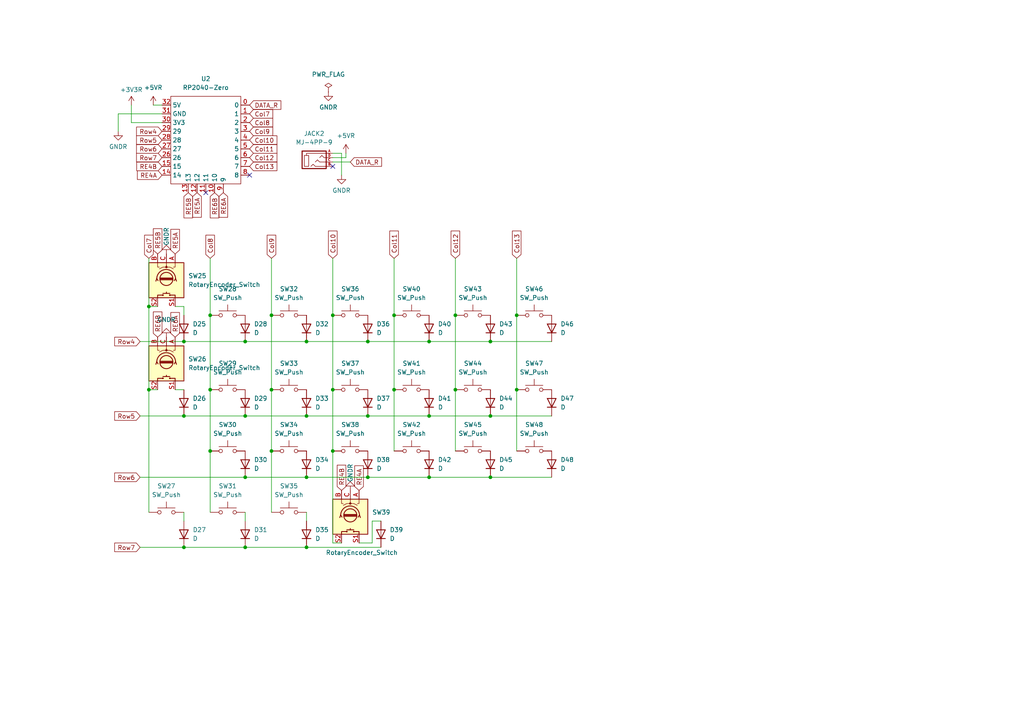
<source format=kicad_sch>
(kicad_sch (version 20231120) (generator "eeschema") (generator_version "8.0")
  (paper "A4")
  (lib_symbols
    (symbol "Device:D" (pin_numbers hide) (pin_names (offset 1.016) hide)
      (property "Reference" "D" (at 0 2.54 0))
      (property "Value" "D" (at 0 -2.54 0))
      (symbol "D_0_1"
        (polyline (pts (xy -1.27 1.27) (xy -1.27 -1.27)) (stroke (width 0.254)))
        (polyline (pts (xy 1.27 0) (xy -1.27 0)))
        (polyline (pts (xy 1.27 1.27) (xy 1.27 -1.27) (xy -1.27 0) (xy 1.27 1.27)) (stroke (width 0.254)))
      )
      (symbol "D_1_1"
        (pin passive line (at -3.81 0 0) (length 2.54) (name "K") (number "1"))
        (pin passive line (at 3.81 0 180) (length 2.54) (name "A") (number "2"))
      )
    )
    (symbol "Device:RotaryEncoder_Switch" (pin_names (offset 0.254) hide)
      (property "Reference" "SW" (at 0 6.604 0))
      (property "Value" "RotaryEncoder_Switch" (at 0 -6.604 0))
      (symbol "RotaryEncoder_Switch_0_1"
        (rectangle (start -5.08 5.08) (end 5.08 -5.08) (stroke (width 0.254)) (fill (type background)))
        (circle (center -3.81 0) (radius 0.254) (fill (type outline)))
        (circle (center -0.381 0) (radius 1.905) (stroke (width 0.254)))
        (arc (start -0.381 2.667) (mid -3.0988 -0.0635) (end -0.381 -2.794) (stroke (width 0.254)))
        (polyline (pts (xy -0.635 -1.778) (xy -0.635 1.778)) (stroke (width 0.254)))
        (polyline (pts (xy -0.381 -1.778) (xy -0.381 1.778)) (stroke (width 0.254)))
        (polyline (pts (xy -0.127 1.778) (xy -0.127 -1.778)) (stroke (width 0.254)))
        (polyline (pts (xy 3.81 0) (xy 3.429 0)) (stroke (width 0.254)))
        (polyline (pts (xy 3.81 1.016) (xy 3.81 -1.016)) (stroke (width 0.254)))
        (polyline (pts (xy -5.08 -2.54) (xy -3.81 -2.54) (xy -3.81 -2.032)))
        (polyline (pts (xy -5.08 2.54) (xy -3.81 2.54) (xy -3.81 2.032)))
        (polyline (pts (xy 0.254 -3.048) (xy -0.508 -2.794) (xy 0.127 -2.413)) (stroke (width 0.254)))
        (polyline (pts (xy 0.254 2.921) (xy -0.508 2.667) (xy 0.127 2.286)) (stroke (width 0.254)))
        (polyline (pts (xy 5.08 -2.54) (xy 4.318 -2.54) (xy 4.318 -1.016)) (stroke (width 0.254)))
        (polyline (pts (xy 5.08 2.54) (xy 4.318 2.54) (xy 4.318 1.016)) (stroke (width 0.254)))
        (polyline (pts (xy -5.08 0) (xy -3.81 0) (xy -3.81 -1.016) (xy -3.302 -2.032)))
        (polyline (pts (xy -4.318 0) (xy -3.81 0) (xy -3.81 1.016) (xy -3.302 2.032)))
        (circle (center 4.318 -1.016) (radius 0.127) (stroke (width 0.254)))
        (circle (center 4.318 1.016) (radius 0.127) (stroke (width 0.254)))
      )
      (symbol "RotaryEncoder_Switch_1_1"
        (pin passive line (at -7.62 2.54 0) (length 2.54) (name "A") (number "A"))
        (pin passive line (at -7.62 -2.54 0) (length 2.54) (name "B") (number "B"))
        (pin passive line (at -7.62 0 0) (length 2.54) (name "C") (number "C"))
        (pin passive line (at 7.62 2.54 180) (length 2.54) (name "S1") (number "S1"))
        (pin passive line (at 7.62 -2.54 180) (length 2.54) (name "S2") (number "S2"))
      )
    )
    (symbol "Switch:SW_Push" (pin_numbers hide) (pin_names (offset 1.016) hide)
      (property "Reference" "SW" (at 1.27 2.54 0))
      (property "Value" "SW_Push" (at 0 -1.524 0))
      (symbol "SW_Push_0_1"
        (circle (center -2.032 0) (radius 0.508))
        (polyline (pts (xy 0 1.27) (xy 0 3.048)))
        (polyline (pts (xy 2.54 1.27) (xy -2.54 1.27)))
        (circle (center 2.032 0) (radius 0.508))
        (pin passive line (at -5.08 0 0) (length 2.54) (name "1") (number "1"))
        (pin passive line (at 5.08 0 180) (length 2.54) (name "2") (number "2"))
      )
    )
    (symbol "isw-mcu:RP2040-Zero"
      (property "Reference" "U" (at 0 17.78 0))
      (property "Value" "RP2040-Zero" (at 0 15.24 0))
      (symbol "RP2040-Zero_0_1"
        (rectangle (start -10.16 12.7) (end 10.16 -12.7))
      )
      (symbol "RP2040-Zero_1_1"
        (pin tri_state line (at 12.7 10.16 180) (length 2.54) (name "0") (number "0"))
        (pin bidirectional line (at 12.7 7.62 180) (length 2.54) (name "1") (number "1"))
        (pin bidirectional line (at 2.54 -15.24 90) (length 2.54) (name "10") (number "10"))
        (pin bidirectional line (at 0 -15.24 90) (length 2.54) (name "11") (number "11"))
        (pin bidirectional line (at -2.54 -15.24 90) (length 2.54) (name "12") (number "12"))
        (pin bidirectional line (at -5.08 -15.24 90) (length 2.54) (name "13") (number "13"))
        (pin bidirectional line (at -12.7 -10.16 0) (length 2.54) (name "14") (number "14"))
        (pin bidirectional line (at -12.7 -7.62 0) (length 2.54) (name "15") (number "15"))
        (pin bidirectional line (at 12.7 5.08 180) (length 2.54) (name "2") (number "2"))
        (pin bidirectional line (at -12.7 -5.08 0) (length 2.54) (name "26") (number "26"))
        (pin bidirectional line (at -12.7 -2.54 0) (length 2.54) (name "27") (number "27"))
        (pin bidirectional line (at -12.7 0 0) (length 2.54) (name "28") (number "28"))
        (pin bidirectional line (at -12.7 2.54 0) (length 2.54) (name "29") (number "29"))
        (pin bidirectional line (at 12.7 2.54 180) (length 2.54) (name "3") (number "3"))
        (pin power_out line (at -12.7 5.08 0) (length 2.54) (name "3V3") (number "30"))
        (pin power_in line (at -12.7 7.62 0) (length 2.54) (name "GND") (number "31"))
        (pin power_out line (at -12.7 10.16 0) (length 2.54) (name "5V") (number "32"))
        (pin bidirectional line (at 12.7 0 180) (length 2.54) (name "4") (number "4"))
        (pin bidirectional line (at 12.7 -2.54 180) (length 2.54) (name "5") (number "5"))
        (pin bidirectional line (at 12.7 -5.08 180) (length 2.54) (name "6") (number "6"))
        (pin bidirectional line (at 12.7 -7.62 180) (length 2.54) (name "7") (number "7"))
        (pin bidirectional line (at 12.7 -10.16 180) (length 2.54) (name "8") (number "8"))
        (pin bidirectional line (at 5.08 -15.24 90) (length 2.54) (name "9") (number "9"))
      )
    )
    (symbol "kbd:+3V3R" (power) (pin_names (offset 0))
      (property "Value" "+3V3R" (at 0 3.556 0))
      (symbol "+3V3R_0_1"
        (polyline (pts (xy -0.762 1.27) (xy 0 2.54)))
        (polyline (pts (xy 0 0) (xy 0 2.54)))
        (polyline (pts (xy 0 2.54) (xy 0.762 1.27)))
      )
      (symbol "+3V3R_1_1"
        (pin power_in line (at 0 0 90) (length 0) hide (name "+3V3R") (number "1"))
      )
    )
    (symbol "kbd:+5VR" (power) (pin_names (offset 0))
      (property "Value" "+5VR" (at 0 3.556 0))
      (symbol "+5VR_0_1"
        (polyline (pts (xy -0.762 1.27) (xy 0 2.54)))
        (polyline (pts (xy 0 0) (xy 0 2.54)))
        (polyline (pts (xy 0 2.54) (xy 0.762 1.27)))
      )
      (symbol "+5VR_1_1"
        (pin power_in line (at 0 0 90) (length 0) hide (name "+5VR") (number "1"))
      )
    )
    (symbol "kbd:GNDR" (power) (pin_names (offset 0))
      (property "Value" "GNDR" (at 0 -3.81 0))
      (symbol "GNDR_0_1"
        (polyline (pts (xy 0 0) (xy 0 -1.27) (xy 1.27 -1.27) (xy 0 -2.54) (xy -1.27 -1.27) (xy 0 -1.27)))
      )
      (symbol "GNDR_1_1"
        (pin power_in line (at 0 0 270) (length 0) hide (name "GNDR") (number "1"))
      )
    )
    (symbol "kbd:MJ-4PP-9" (pin_names (offset 1.016))
      (property "Reference" "J" (at 0 3.81 0))
      (property "Value" "MJ-4PP-9" (at 0 -3.81 0))
      (symbol "MJ-4PP-9_0_1"
        (rectangle (start -1.905 -1.905) (end -3.175 1.27))
        (polyline (pts (xy -2.54 1.27) (xy -2.54 1.905) (xy 3.175 1.905)))
        (polyline (pts (xy -1.27 -1.905) (xy -0.635 -1.27) (xy 0 -1.905) (xy 3.175 -1.905)))
        (polyline (pts (xy 0 -0.635) (xy 0.635 0) (xy 1.27 -0.635) (xy 3.175 -0.635)))
        (polyline (pts (xy 1.27 0.635) (xy 1.905 1.27) (xy 2.54 0.635) (xy 3.175 0.635)))
        (rectangle (start 3.175 2.54) (end -3.81 -2.54) (stroke (width 0.3048)))
      )
      (symbol "MJ-4PP-9_1_1"
        (pin input line (at 5.08 1.905 180) (length 2.0066) (name "~") (number "A"))
        (pin input line (at 5.08 -1.905 180) (length 2.0066) (name "~") (number "B"))
        (pin input line (at 5.08 -0.635 180) (length 2.0066) (name "~") (number "C"))
        (pin input line (at 5.08 0.635 180) (length 2.0066) (name "~") (number "D"))
      )
    )
    (symbol "power:PWR_FLAG" (power) (pin_numbers hide) (pin_names (offset 0) hide)
      (property "Value" "PWR_FLAG" (at 0 3.81 0))
      (symbol "PWR_FLAG_0_0"
        (pin power_out line (at 0 0 90) (length 0) (name "~") (number "1"))
      )
      (symbol "PWR_FLAG_0_1"
        (polyline (pts (xy 0 0) (xy 0 1.27) (xy -1.016 1.905) (xy 0 2.54) (xy 1.016 1.905) (xy 0 1.27)))
      )
    )
  )
  (junction (at 88.9 158.75))
  (junction (at 114.3 113.03))
  (junction (at 96.52 91.44))
  (junction (at 106.68 99.06))
  (junction (at 53.34 158.75))
  (junction (at 60.96 113.03))
  (junction (at 43.18 113.03))
  (junction (at 78.74 130.81))
  (junction (at 43.18 88.9))
  (junction (at 124.46 138.43))
  (junction (at 106.68 138.43))
  (junction (at 88.9 99.06))
  (junction (at 106.68 120.65))
  (junction (at 96.52 130.81))
  (junction (at 132.08 113.03))
  (junction (at 60.96 91.44))
  (junction (at 142.24 138.43))
  (junction (at 142.24 120.65))
  (junction (at 88.9 120.65))
  (junction (at 78.74 91.44))
  (junction (at 149.86 91.44))
  (junction (at 53.34 99.06))
  (junction (at 132.08 91.44))
  (junction (at 124.46 99.06))
  (junction (at 78.74 113.03))
  (junction (at 71.12 99.06))
  (junction (at 96.52 113.03))
  (junction (at 114.3 91.44))
  (junction (at 71.12 120.65))
  (junction (at 124.46 120.65))
  (junction (at 71.12 138.43))
  (junction (at 88.9 138.43))
  (junction (at 142.24 99.06))
  (junction (at 60.96 130.81))
  (junction (at 53.34 120.65))
  (junction (at 71.12 158.75))
  (junction (at 149.86 113.03))
  (no_connect (at 96.52 48.26))
  (no_connect (at 59.69 55.88))
  (no_connect (at 72.39 50.8))
  (wire (pts (xy 132.08 113.03) (xy 132.08 130.81)))
  (wire (pts (xy 114.3 91.44) (xy 114.3 113.03)))
  (wire (pts (xy 96.52 91.44) (xy 96.52 113.03)))
  (wire (pts (xy 149.86 91.44) (xy 149.86 113.03)))
  (wire (pts (xy 96.52 44.45) (xy 99.06 44.45)))
  (wire (pts (xy 100.33 45.72) (xy 96.52 45.72)))
  (wire (pts (xy 40.64 138.43) (xy 71.12 138.43)))
  (wire (pts (xy 71.12 138.43) (xy 88.9 138.43)))
  (wire (pts (xy 78.74 130.81) (xy 78.74 148.59)))
  (wire (pts (xy 71.12 158.75) (xy 88.9 158.75)))
  (wire (pts (xy 43.18 88.9) (xy 45.72 88.9)))
  (wire (pts (xy 60.96 113.03) (xy 60.96 130.81)))
  (wire (pts (xy 96.52 74.93) (xy 96.52 91.44)))
  (wire (pts (xy 40.64 99.06) (xy 53.34 99.06)))
  (wire (pts (xy 40.64 120.65) (xy 53.34 120.65)))
  (wire (pts (xy 34.29 38.1) (xy 34.29 33.02)))
  (wire (pts (xy 43.18 74.93) (xy 43.18 88.9)))
  (wire (pts (xy 106.68 99.06) (xy 124.46 99.06)))
  (wire (pts (xy 124.46 120.65) (xy 142.24 120.65)))
  (wire (pts (xy 142.24 138.43) (xy 160.02 138.43)))
  (wire (pts (xy 114.3 74.93) (xy 114.3 91.44)))
  (wire (pts (xy 100.33 44.45) (xy 100.33 45.72)))
  (wire (pts (xy 107.95 157.48) (xy 104.14 157.48)))
  (wire (pts (xy 110.49 158.75) (xy 88.9 158.75)))
  (wire (pts (xy 71.12 120.65) (xy 88.9 120.65)))
  (wire (pts (xy 43.18 113.03) (xy 43.18 148.59)))
  (wire (pts (xy 124.46 138.43) (xy 142.24 138.43)))
  (wire (pts (xy 107.95 151.13) (xy 107.95 157.48)))
  (wire (pts (xy 106.68 120.65) (xy 124.46 120.65)))
  (wire (pts (xy 149.86 113.03) (xy 149.86 130.81)))
  (wire (pts (xy 34.29 33.02) (xy 46.99 33.02)))
  (wire (pts (xy 99.06 44.45) (xy 99.06 50.8)))
  (wire (pts (xy 149.86 74.93) (xy 149.86 91.44)))
  (wire (pts (xy 43.18 88.9) (xy 43.18 113.03)))
  (wire (pts (xy 53.34 99.06) (xy 71.12 99.06)))
  (wire (pts (xy 60.96 91.44) (xy 60.96 113.03)))
  (wire (pts (xy 53.34 120.65) (xy 71.12 120.65)))
  (wire (pts (xy 99.06 157.48) (xy 96.52 157.48)))
  (wire (pts (xy 40.64 158.75) (xy 53.34 158.75)))
  (wire (pts (xy 88.9 99.06) (xy 106.68 99.06)))
  (wire (pts (xy 43.18 113.03) (xy 45.72 113.03)))
  (wire (pts (xy 60.96 130.81) (xy 60.96 148.59)))
  (wire (pts (xy 38.1 35.56) (xy 46.99 35.56)))
  (wire (pts (xy 53.34 88.9) (xy 53.34 91.44)))
  (wire (pts (xy 142.24 120.65) (xy 160.02 120.65)))
  (wire (pts (xy 132.08 91.44) (xy 132.08 113.03)))
  (wire (pts (xy 50.8 113.03) (xy 53.34 113.03)))
  (wire (pts (xy 78.74 113.03) (xy 78.74 130.81)))
  (wire (pts (xy 53.34 158.75) (xy 71.12 158.75)))
  (wire (pts (xy 110.49 151.13) (xy 107.95 151.13)))
  (wire (pts (xy 106.68 138.43) (xy 124.46 138.43)))
  (wire (pts (xy 96.52 113.03) (xy 96.52 130.81)))
  (wire (pts (xy 88.9 138.43) (xy 106.68 138.43)))
  (wire (pts (xy 142.24 99.06) (xy 160.02 99.06)))
  (wire (pts (xy 50.8 88.9) (xy 53.34 88.9)))
  (wire (pts (xy 114.3 113.03) (xy 114.3 130.81)))
  (wire (pts (xy 78.74 91.44) (xy 78.74 113.03)))
  (wire (pts (xy 124.46 99.06) (xy 142.24 99.06)))
  (wire (pts (xy 71.12 99.06) (xy 88.9 99.06)))
  (wire (pts (xy 78.74 74.93) (xy 78.74 91.44)))
  (wire (pts (xy 96.52 130.81) (xy 96.52 157.48)))
  (wire (pts (xy 88.9 151.13) (xy 88.9 148.59)))
  (wire (pts (xy 71.12 151.13) (xy 71.12 148.59)))
  (wire (pts (xy 60.96 74.93) (xy 60.96 91.44)))
  (wire (pts (xy 44.45 30.48) (xy 46.99 30.48)))
  (wire (pts (xy 53.34 151.13) (xy 53.34 148.59)))
  (wire (pts (xy 132.08 74.93) (xy 132.08 91.44)))
  (wire (pts (xy 88.9 120.65) (xy 106.68 120.65)))
  (wire (pts (xy 96.52 46.99) (xy 101.6 46.99)))
  (wire (pts (xy 38.1 30.48) (xy 38.1 35.56)))
  (global_label "Row6" (shape input) (at 40.64 138.43 180) (property "Intersheetrefs" "${INTERSHEET_REFS}" (effects (hide yes))))
  (global_label "Col13" (shape input) (at 72.39 48.26 0) (property "Intersheetrefs" "${INTERSHEET_REFS}" (effects (hide yes))))
  (global_label "Col10" (shape input) (at 72.39 40.64 0) (property "Intersheetrefs" "${INTERSHEET_REFS}" (effects (hide yes))))
  (global_label "RE4A" (shape input) (at 46.99 50.8 180) (property "Intersheetrefs" "${INTERSHEET_REFS}" (effects (hide yes))))
  (global_label "Row4" (shape input) (at 46.99 38.1 180) (property "Intersheetrefs" "${INTERSHEET_REFS}" (effects (hide yes))))
  (global_label "Col8" (shape input) (at 72.39 35.56 0) (property "Intersheetrefs" "${INTERSHEET_REFS}" (effects (hide yes))))
  (global_label "Col9" (shape input) (at 72.39 38.1 0) (property "Intersheetrefs" "${INTERSHEET_REFS}" (effects (hide yes))))
  (global_label "Col7" (shape input) (at 72.39 33.02 0) (property "Intersheetrefs" "${INTERSHEET_REFS}" (effects (hide yes))))
  (global_label "DATA_R" (shape input) (at 101.6 46.99 0) (property "Intersheetrefs" "${INTERSHEET_REFS}" (effects (hide yes))))
  (global_label "RE6A" (shape input) (at 50.8 97.79 90) (property "Intersheetrefs" "${INTERSHEET_REFS}" (effects (hide yes))))
  (global_label "Row5" (shape input) (at 40.64 120.65 180) (property "Intersheetrefs" "${INTERSHEET_REFS}" (effects (hide yes))))
  (global_label "Row4" (shape input) (at 40.64 99.06 180) (property "Intersheetrefs" "${INTERSHEET_REFS}" (effects (hide yes))))
  (global_label "RE5A" (shape input) (at 50.8 73.66 90) (property "Intersheetrefs" "${INTERSHEET_REFS}" (effects (hide yes))))
  (global_label "Col11" (shape input) (at 114.3 74.93 90) (property "Intersheetrefs" "${INTERSHEET_REFS}" (effects (hide yes))))
  (global_label "RE6B" (shape input) (at 62.23 55.88 270) (property "Intersheetrefs" "${INTERSHEET_REFS}" (effects (hide yes))))
  (global_label "RE4B" (shape input) (at 46.99 48.26 180) (property "Intersheetrefs" "${INTERSHEET_REFS}" (effects (hide yes))))
  (global_label "Row5" (shape input) (at 46.99 40.64 180) (property "Intersheetrefs" "${INTERSHEET_REFS}" (effects (hide yes))))
  (global_label "RE6B" (shape input) (at 45.72 97.79 90) (property "Intersheetrefs" "${INTERSHEET_REFS}" (effects (hide yes))))
  (global_label "Col11" (shape input) (at 72.39 43.18 0) (property "Intersheetrefs" "${INTERSHEET_REFS}" (effects (hide yes))))
  (global_label "Col12" (shape input) (at 132.08 74.93 90) (property "Intersheetrefs" "${INTERSHEET_REFS}" (effects (hide yes))))
  (global_label "DATA_R" (shape input) (at 72.39 30.48 0) (property "Intersheetrefs" "${INTERSHEET_REFS}" (effects (hide yes))))
  (global_label "Col7" (shape input) (at 43.18 74.93 90) (property "Intersheetrefs" "${INTERSHEET_REFS}" (effects (hide yes))))
  (global_label "RE6A" (shape input) (at 64.77 55.88 270) (property "Intersheetrefs" "${INTERSHEET_REFS}" (effects (hide yes))))
  (global_label "Col12" (shape input) (at 72.39 45.72 0) (property "Intersheetrefs" "${INTERSHEET_REFS}" (effects (hide yes))))
  (global_label "RE5B" (shape input) (at 54.61 55.88 270) (property "Intersheetrefs" "${INTERSHEET_REFS}" (effects (hide yes))))
  (global_label "RE4B" (shape input) (at 99.06 142.24 90) (property "Intersheetrefs" "${INTERSHEET_REFS}" (effects (hide yes))))
  (global_label "Col13" (shape input) (at 149.86 74.93 90) (property "Intersheetrefs" "${INTERSHEET_REFS}" (effects (hide yes))))
  (global_label "Col9" (shape input) (at 78.74 74.93 90) (property "Intersheetrefs" "${INTERSHEET_REFS}" (effects (hide yes))))
  (global_label "Row7" (shape input) (at 40.64 158.75 180) (property "Intersheetrefs" "${INTERSHEET_REFS}" (effects (hide yes))))
  (global_label "Col10" (shape input) (at 96.52 74.93 90) (property "Intersheetrefs" "${INTERSHEET_REFS}" (effects (hide yes))))
  (global_label "RE4A" (shape input) (at 104.14 142.24 90) (property "Intersheetrefs" "${INTERSHEET_REFS}" (effects (hide yes))))
  (global_label "RE5A" (shape input) (at 57.15 55.88 270) (property "Intersheetrefs" "${INTERSHEET_REFS}" (effects (hide yes))))
  (global_label "RE5B" (shape input) (at 45.72 73.66 90) (property "Intersheetrefs" "${INTERSHEET_REFS}" (effects (hide yes))))
  (global_label "Row6" (shape input) (at 46.99 43.18 180) (property "Intersheetrefs" "${INTERSHEET_REFS}" (effects (hide yes))))
  (global_label "Row7" (shape input) (at 46.99 45.72 180) (property "Intersheetrefs" "${INTERSHEET_REFS}" (effects (hide yes))))
  (global_label "Col8" (shape input) (at 60.96 74.93 90) (property "Intersheetrefs" "${INTERSHEET_REFS}" (effects (hide yes))))
  (symbol (lib_id "Switch:SW_Push") (at 119.38 113.03 0) (unit 1)
    (property "Reference" "SW41" (at 119.38 105.41 0))
    (property "Value" "SW_Push" (at 119.38 107.95 0))
    (property "Footprint" "taka_lib:Kailh FullPOM MX_Hotswap" (effects (hide yes)))
    (property "Description" "Push button switch, generic, two pins" (effects (hide yes)))
  )
  (symbol (lib_id "Device:D") (at 160.02 95.25 90) (unit 1)
    (property "Reference" "D46" (at 162.56 93.9799 90) (effects (justify right)))
    (property "Value" "D" (at 162.56 96.5199 90) (effects (justify right)))
    (property "Footprint" "kbd_Parts:Diode_SMD" (effects (hide yes)))
    (property "Description" "Diode" (effects (hide yes)))
    (property "Sim.Device" "D" (effects (hide yes)))
    (property "Sim.Pins" "1=K 2=A" (effects (hide yes)))
  )
  (symbol (lib_id "Switch:SW_Push") (at 66.04 113.03 0) (unit 1)
    (property "Reference" "SW29" (at 66.04 105.41 0))
    (property "Value" "SW_Push" (at 66.04 107.95 0))
    (property "Footprint" "taka_lib:Kailh FullPOM MX_Hotswap" (effects (hide yes)))
    (property "Description" "Push button switch, generic, two pins" (effects (hide yes)))
  )
  (symbol (lib_id "Device:D") (at 160.02 116.84 90) (unit 1)
    (property "Reference" "D47" (at 162.56 115.5699 90) (effects (justify right)))
    (property "Value" "D" (at 162.56 118.1099 90) (effects (justify right)))
    (property "Footprint" "kbd_Parts:Diode_SMD" (effects (hide yes)))
    (property "Description" "Diode" (effects (hide yes)))
    (property "Sim.Device" "D" (effects (hide yes)))
    (property "Sim.Pins" "1=K 2=A" (effects (hide yes)))
  )
  (symbol (lib_id "Device:D") (at 88.9 154.94 90) (unit 1)
    (property "Reference" "D35" (at 91.44 153.6699 90) (effects (justify right)))
    (property "Value" "D" (at 91.44 156.2099 90) (effects (justify right)))
    (property "Footprint" "kbd_Parts:Diode_SMD" (effects (hide yes)))
    (property "Description" "Diode" (effects (hide yes)))
    (property "Sim.Device" "D" (effects (hide yes)))
    (property "Sim.Pins" "1=K 2=A" (effects (hide yes)))
  )
  (symbol (lib_id "kbd:GNDR") (at 48.26 73.66 180) (unit 1)
    (property "Reference" "#PWR013" (effects (hide yes)))
    (property "Value" "GNDR" (at 48.26 68.58 90))
  )
  (symbol (lib_id "kbd:MJ-4PP-9") (at 91.44 46.355 0) (unit 1)
    (property "Reference" "JACK2" (at 91.1225 38.735 0))
    (property "Value" "MJ-4PP-9" (at 91.1225 41.275 0))
    (property "Footprint" "taka_lib:TRRS_MJ-4PP-9_1" (effects (hide yes)))
  )
  (symbol (lib_id "kbd:GNDR") (at 48.26 97.79 180) (unit 1)
    (property "Reference" "#PWR014" (effects (hide yes)))
    (property "Value" "GNDR" (at 48.26 92.71 0))
  )
  (symbol (lib_id "Device:D") (at 124.46 95.25 90) (unit 1)
    (property "Reference" "D40" (at 127 93.9799 90) (effects (justify right)))
    (property "Value" "D" (at 127 96.5199 90) (effects (justify right)))
    (property "Footprint" "kbd_Parts:Diode_SMD" (effects (hide yes)))
    (property "Description" "Diode" (effects (hide yes)))
    (property "Sim.Device" "D" (effects (hide yes)))
    (property "Sim.Pins" "1=K 2=A" (effects (hide yes)))
  )
  (symbol (lib_id "Switch:SW_Push") (at 137.16 113.03 0) (unit 1)
    (property "Reference" "SW44" (at 137.16 105.41 0))
    (property "Value" "SW_Push" (at 137.16 107.95 0))
    (property "Footprint" "taka_lib:Kailh FullPOM MX_Hotswap" (effects (hide yes)))
    (property "Description" "Push button switch, generic, two pins" (effects (hide yes)))
  )
  (symbol (lib_id "Switch:SW_Push") (at 66.04 130.81 0) (unit 1)
    (property "Reference" "SW30" (at 66.04 123.19 0))
    (property "Value" "SW_Push" (at 66.04 125.73 0))
    (property "Footprint" "taka_lib:Kailh FullPOM MX_Hotswap" (effects (hide yes)))
    (property "Description" "Push button switch, generic, two pins" (effects (hide yes)))
  )
  (symbol (lib_id "Device:D") (at 53.34 154.94 90) (unit 1)
    (property "Reference" "D27" (at 55.88 153.6699 90) (effects (justify right)))
    (property "Value" "D" (at 55.88 156.2099 90) (effects (justify right)))
    (property "Footprint" "kbd_Parts:Diode_SMD" (effects (hide yes)))
    (property "Description" "Diode" (effects (hide yes)))
    (property "Sim.Device" "D" (effects (hide yes)))
    (property "Sim.Pins" "1=K 2=A" (effects (hide yes)))
  )
  (symbol (lib_id "Switch:SW_Push") (at 101.6 91.44 0) (unit 1)
    (property "Reference" "SW36" (at 101.6 83.82 0))
    (property "Value" "SW_Push" (at 101.6 86.36 0))
    (property "Footprint" "taka_lib:Kailh FullPOM MX_Hotswap" (effects (hide yes)))
    (property "Description" "Push button switch, generic, two pins" (effects (hide yes)))
  )
  (symbol (lib_id "Switch:SW_Push") (at 119.38 91.44 0) (unit 1)
    (property "Reference" "SW40" (at 119.38 83.82 0))
    (property "Value" "SW_Push" (at 119.38 86.36 0))
    (property "Footprint" "taka_lib:Kailh FullPOM MX_Hotswap" (effects (hide yes)))
    (property "Description" "Push button switch, generic, two pins" (effects (hide yes)))
  )
  (symbol (lib_id "Device:RotaryEncoder_Switch") (at 48.26 81.28 270) (unit 1)
    (property "Reference" "SW25" (at 54.61 80.0099 90) (effects (justify left)))
    (property "Value" "RotaryEncoder_Switch" (at 54.61 82.55 90) (effects (justify left)))
    (property "Footprint" "taka_lib:Kailh FullPOM MX_Hotswap_RE" (effects (hide yes)))
    (property "Description" "Rotary encoder, dual channel, incremental quadrate outputs, with switch" (effects (hide yes)))
  )
  (symbol (lib_id "Switch:SW_Push") (at 101.6 113.03 0) (unit 1)
    (property "Reference" "SW37" (at 101.6 105.41 0))
    (property "Value" "SW_Push" (at 101.6 107.95 0))
    (property "Footprint" "taka_lib:Kailh FullPOM MX_Hotswap" (effects (hide yes)))
    (property "Description" "Push button switch, generic, two pins" (effects (hide yes)))
  )
  (symbol (lib_id "kbd:+5VR") (at 100.33 44.45 0) (unit 1)
    (property "Reference" "#PWR017" (effects (hide yes)))
    (property "Value" "+5VR" (at 100.33 39.37 0))
  )
  (symbol (lib_id "Device:D") (at 106.68 95.25 90) (unit 1)
    (property "Reference" "D36" (at 109.22 93.9799 90) (effects (justify right)))
    (property "Value" "D" (at 109.22 96.5199 90) (effects (justify right)))
    (property "Footprint" "kbd_Parts:Diode_SMD" (effects (hide yes)))
    (property "Description" "Diode" (effects (hide yes)))
    (property "Sim.Device" "D" (effects (hide yes)))
    (property "Sim.Pins" "1=K 2=A" (effects (hide yes)))
  )
  (symbol (lib_id "Device:RotaryEncoder_Switch") (at 101.6 149.86 270) (unit 1)
    (property "Reference" "SW39" (at 107.95 148.5899 90) (effects (justify left)))
    (property "Value" "RotaryEncoder_Switch" (at 94.488 160.274 90) (effects (justify left)))
    (property "Footprint" "taka_lib:Kailh FullPOM MX_Hotswap_RE" (effects (hide yes)))
    (property "Description" "Rotary encoder, dual channel, incremental quadrate outputs, with switch" (effects (hide yes)))
  )
  (symbol (lib_id "Device:D") (at 88.9 95.25 90) (unit 1)
    (property "Reference" "D32" (at 91.44 93.9799 90) (effects (justify right)))
    (property "Value" "D" (at 91.44 96.5199 90) (effects (justify right)))
    (property "Footprint" "kbd_Parts:Diode_SMD" (effects (hide yes)))
    (property "Description" "Diode" (effects (hide yes)))
    (property "Sim.Device" "D" (effects (hide yes)))
    (property "Sim.Pins" "1=K 2=A" (effects (hide yes)))
  )
  (symbol (lib_id "Switch:SW_Push") (at 154.94 130.81 0) (unit 1)
    (property "Reference" "SW48" (at 154.94 123.19 0))
    (property "Value" "SW_Push" (at 154.94 125.73 0))
    (property "Footprint" "taka_lib:Kailh FullPOM MX_Hotswap" (effects (hide yes)))
    (property "Description" "Push button switch, generic, two pins" (effects (hide yes)))
  )
  (symbol (lib_id "Device:D") (at 53.34 95.25 90) (unit 1)
    (property "Reference" "D25" (at 55.88 93.9799 90) (effects (justify right)))
    (property "Value" "D" (at 55.88 96.5199 90) (effects (justify right)))
    (property "Footprint" "kbd_Parts:Diode_SMD" (effects (hide yes)))
    (property "Description" "Diode" (effects (hide yes)))
    (property "Sim.Device" "D" (effects (hide yes)))
    (property "Sim.Pins" "1=K 2=A" (effects (hide yes)))
  )
  (symbol (lib_id "Device:D") (at 71.12 116.84 90) (unit 1)
    (property "Reference" "D29" (at 73.66 115.5699 90) (effects (justify right)))
    (property "Value" "D" (at 73.66 118.1099 90) (effects (justify right)))
    (property "Footprint" "kbd_Parts:Diode_SMD" (effects (hide yes)))
    (property "Description" "Diode" (effects (hide yes)))
    (property "Sim.Device" "D" (effects (hide yes)))
    (property "Sim.Pins" "1=K 2=A" (effects (hide yes)))
  )
  (symbol (lib_id "Switch:SW_Push") (at 66.04 148.59 0) (unit 1)
    (property "Reference" "SW31" (at 66.04 140.97 0))
    (property "Value" "SW_Push" (at 66.04 143.51 0))
    (property "Footprint" "taka_lib:Kailh FullPOM MX_Hotswap" (effects (hide yes)))
    (property "Description" "Push button switch, generic, two pins" (effects (hide yes)))
  )
  (symbol (lib_id "kbd:+5VR") (at 44.45 30.48 0) (unit 1)
    (property "Reference" "#PWR012" (effects (hide yes)))
    (property "Value" "+5VR" (at 44.45 25.4 0))
  )
  (symbol (lib_id "kbd:+3V3R") (at 38.1 30.48 0) (unit 1)
    (property "Reference" "#PWR011" (effects (hide yes)))
    (property "Value" "+3V3R" (at 38.1 26.035 0))
  )
  (symbol (lib_id "Device:D") (at 71.12 154.94 90) (unit 1)
    (property "Reference" "D31" (at 73.66 153.6699 90) (effects (justify right)))
    (property "Value" "D" (at 73.66 156.2099 90) (effects (justify right)))
    (property "Footprint" "kbd_Parts:Diode_SMD" (effects (hide yes)))
    (property "Description" "Diode" (effects (hide yes)))
    (property "Sim.Device" "D" (effects (hide yes)))
    (property "Sim.Pins" "1=K 2=A" (effects (hide yes)))
  )
  (symbol (lib_id "Device:D") (at 106.68 134.62 90) (unit 1)
    (property "Reference" "D38" (at 109.22 133.3499 90) (effects (justify right)))
    (property "Value" "D" (at 109.22 135.8899 90) (effects (justify right)))
    (property "Footprint" "kbd_Parts:Diode_SMD" (effects (hide yes)))
    (property "Description" "Diode" (effects (hide yes)))
    (property "Sim.Device" "D" (effects (hide yes)))
    (property "Sim.Pins" "1=K 2=A" (effects (hide yes)))
  )
  (symbol (lib_id "Switch:SW_Push") (at 83.82 113.03 0) (unit 1)
    (property "Reference" "SW33" (at 83.82 105.41 0))
    (property "Value" "SW_Push" (at 83.82 107.95 0))
    (property "Footprint" "taka_lib:Kailh FullPOM MX_Hotswap" (effects (hide yes)))
    (property "Description" "Push button switch, generic, two pins" (effects (hide yes)))
  )
  (symbol (lib_id "isw-mcu:RP2040-Zero") (at 59.69 40.64 0) (unit 1)
    (property "Reference" "U2" (at 59.69 22.86 0))
    (property "Value" "RP2040-Zero" (at 59.69 25.4 0))
    (property "Footprint" "taka_lib:RP2040 Zero" (effects (hide yes)))
  )
  (symbol (lib_id "Switch:SW_Push") (at 83.82 148.59 0) (unit 1)
    (property "Reference" "SW35" (at 83.82 140.97 0))
    (property "Value" "SW_Push" (at 83.82 143.51 0))
    (property "Footprint" "taka_lib:Kailh FullPOM MX_Hotswap" (effects (hide yes)))
    (property "Description" "Push button switch, generic, two pins" (effects (hide yes)))
  )
  (symbol (lib_id "Switch:SW_Push") (at 137.16 91.44 0) (unit 1)
    (property "Reference" "SW43" (at 137.16 83.82 0))
    (property "Value" "SW_Push" (at 137.16 86.36 0))
    (property "Footprint" "taka_lib:Kailh FullPOM MX_Hotswap" (effects (hide yes)))
    (property "Description" "Push button switch, generic, two pins" (effects (hide yes)))
  )
  (symbol (lib_id "power:PWR_FLAG") (at 95.25 26.67 0) (unit 1)
    (property "Reference" "#FLG02" (effects (hide yes)))
    (property "Value" "PWR_FLAG" (at 95.25 21.59 0))
    (property "Description" "Special symbol for telling ERC where power comes from" (effects (hide yes)))
  )
  (symbol (lib_id "Device:D") (at 71.12 134.62 90) (unit 1)
    (property "Reference" "D30" (at 73.66 133.3499 90) (effects (justify right)))
    (property "Value" "D" (at 73.66 135.8899 90) (effects (justify right)))
    (property "Footprint" "kbd_Parts:Diode_SMD" (effects (hide yes)))
    (property "Description" "Diode" (effects (hide yes)))
    (property "Sim.Device" "D" (effects (hide yes)))
    (property "Sim.Pins" "1=K 2=A" (effects (hide yes)))
  )
  (symbol (lib_id "kbd:GNDR") (at 101.6 142.24 180) (unit 1)
    (property "Reference" "#PWR018" (effects (hide yes)))
    (property "Value" "GNDR" (at 101.6 137.16 90))
  )
  (symbol (lib_id "Device:D") (at 160.02 134.62 90) (unit 1)
    (property "Reference" "D48" (at 162.56 133.3499 90) (effects (justify right)))
    (property "Value" "D" (at 162.56 135.8899 90) (effects (justify right)))
    (property "Footprint" "kbd_Parts:Diode_SMD" (effects (hide yes)))
    (property "Description" "Diode" (effects (hide yes)))
    (property "Sim.Device" "D" (effects (hide yes)))
    (property "Sim.Pins" "1=K 2=A" (effects (hide yes)))
  )
  (symbol (lib_id "Device:D") (at 142.24 134.62 90) (unit 1)
    (property "Reference" "D45" (at 144.78 133.3499 90) (effects (justify right)))
    (property "Value" "D" (at 144.78 135.8899 90) (effects (justify right)))
    (property "Footprint" "kbd_Parts:Diode_SMD" (effects (hide yes)))
    (property "Description" "Diode" (effects (hide yes)))
    (property "Sim.Device" "D" (effects (hide yes)))
    (property "Sim.Pins" "1=K 2=A" (effects (hide yes)))
  )
  (symbol (lib_id "Switch:SW_Push") (at 137.16 130.81 0) (unit 1)
    (property "Reference" "SW45" (at 137.16 123.19 0))
    (property "Value" "SW_Push" (at 137.16 125.73 0))
    (property "Footprint" "taka_lib:Kailh FullPOM MX_Hotswap" (effects (hide yes)))
    (property "Description" "Push button switch, generic, two pins" (effects (hide yes)))
  )
  (symbol (lib_id "kbd:GNDR") (at 99.06 50.8 0) (unit 1)
    (property "Reference" "#PWR016" (effects (hide yes)))
    (property "Value" "GNDR" (at 99.06 55.245 0))
  )
  (symbol (lib_id "Device:D") (at 88.9 116.84 90) (unit 1)
    (property "Reference" "D33" (at 91.44 115.5699 90) (effects (justify right)))
    (property "Value" "D" (at 91.44 118.1099 90) (effects (justify right)))
    (property "Footprint" "kbd_Parts:Diode_SMD" (effects (hide yes)))
    (property "Description" "Diode" (effects (hide yes)))
    (property "Sim.Device" "D" (effects (hide yes)))
    (property "Sim.Pins" "1=K 2=A" (effects (hide yes)))
  )
  (symbol (lib_id "Switch:SW_Push") (at 119.38 130.81 0) (unit 1)
    (property "Reference" "SW42" (at 119.38 123.19 0))
    (property "Value" "SW_Push" (at 119.38 125.73 0))
    (property "Footprint" "taka_lib:Kailh FullPOM MX_Hotswap" (effects (hide yes)))
    (property "Description" "Push button switch, generic, two pins" (effects (hide yes)))
  )
  (symbol (lib_id "kbd:GNDR") (at 95.25 26.67 0) (unit 1)
    (property "Reference" "#PWR015" (effects (hide yes)))
    (property "Value" "GNDR" (at 95.25 31.115 0))
  )
  (symbol (lib_id "Switch:SW_Push") (at 83.82 91.44 0) (unit 1)
    (property "Reference" "SW32" (at 83.82 83.82 0))
    (property "Value" "SW_Push" (at 83.82 86.36 0))
    (property "Footprint" "taka_lib:Kailh FullPOM MX_Hotswap" (effects (hide yes)))
    (property "Description" "Push button switch, generic, two pins" (effects (hide yes)))
  )
  (symbol (lib_id "Device:D") (at 124.46 134.62 90) (unit 1)
    (property "Reference" "D42" (at 127 133.3499 90) (effects (justify right)))
    (property "Value" "D" (at 127 135.8899 90) (effects (justify right)))
    (property "Footprint" "kbd_Parts:Diode_SMD" (effects (hide yes)))
    (property "Description" "Diode" (effects (hide yes)))
    (property "Sim.Device" "D" (effects (hide yes)))
    (property "Sim.Pins" "1=K 2=A" (effects (hide yes)))
  )
  (symbol (lib_id "Switch:SW_Push") (at 154.94 113.03 0) (unit 1)
    (property "Reference" "SW47" (at 154.94 105.41 0))
    (property "Value" "SW_Push" (at 154.94 107.95 0))
    (property "Footprint" "taka_lib:Kailh FullPOM MX_Hotswap" (effects (hide yes)))
    (property "Description" "Push button switch, generic, two pins" (effects (hide yes)))
  )
  (symbol (lib_id "Device:D") (at 106.68 116.84 90) (unit 1)
    (property "Reference" "D37" (at 109.22 115.5699 90) (effects (justify right)))
    (property "Value" "D" (at 109.22 118.1099 90) (effects (justify right)))
    (property "Footprint" "kbd_Parts:Diode_SMD" (effects (hide yes)))
    (property "Description" "Diode" (effects (hide yes)))
    (property "Sim.Device" "D" (effects (hide yes)))
    (property "Sim.Pins" "1=K 2=A" (effects (hide yes)))
  )
  (symbol (lib_id "Switch:SW_Push") (at 101.6 130.81 0) (unit 1)
    (property "Reference" "SW38" (at 101.6 123.19 0))
    (property "Value" "SW_Push" (at 101.6 125.73 0))
    (property "Footprint" "taka_lib:Kailh FullPOM MX_Hotswap" (effects (hide yes)))
    (property "Description" "Push button switch, generic, two pins" (effects (hide yes)))
  )
  (symbol (lib_id "Device:D") (at 124.46 116.84 90) (unit 1)
    (property "Reference" "D41" (at 127 115.5699 90) (effects (justify right)))
    (property "Value" "D" (at 127 118.1099 90) (effects (justify right)))
    (property "Footprint" "kbd_Parts:Diode_SMD" (effects (hide yes)))
    (property "Description" "Diode" (effects (hide yes)))
    (property "Sim.Device" "D" (effects (hide yes)))
    (property "Sim.Pins" "1=K 2=A" (effects (hide yes)))
  )
  (symbol (lib_id "Device:D") (at 142.24 95.25 90) (unit 1)
    (property "Reference" "D43" (at 144.78 93.9799 90) (effects (justify right)))
    (property "Value" "D" (at 144.78 96.5199 90) (effects (justify right)))
    (property "Footprint" "kbd_Parts:Diode_SMD" (effects (hide yes)))
    (property "Description" "Diode" (effects (hide yes)))
    (property "Sim.Device" "D" (effects (hide yes)))
    (property "Sim.Pins" "1=K 2=A" (effects (hide yes)))
  )
  (symbol (lib_id "kbd:GNDR") (at 34.29 38.1 0) (unit 1)
    (property "Reference" "#PWR010" (effects (hide yes)))
    (property "Value" "GNDR" (at 34.29 42.545 0))
  )
  (symbol (lib_id "Switch:SW_Push") (at 154.94 91.44 0) (unit 1)
    (property "Reference" "SW46" (at 154.94 83.82 0))
    (property "Value" "SW_Push" (at 154.94 86.36 0))
    (property "Footprint" "taka_lib:Kailh FullPOM MX_Hotswap" (effects (hide yes)))
    (property "Description" "Push button switch, generic, two pins" (effects (hide yes)))
  )
  (symbol (lib_id "Device:D") (at 110.49 154.94 90) (unit 1)
    (property "Reference" "D39" (at 113.03 153.6699 90) (effects (justify right)))
    (property "Value" "D" (at 113.03 156.2099 90) (effects (justify right)))
    (property "Footprint" "kbd_Parts:Diode_SMD" (effects (hide yes)))
    (property "Description" "Diode" (effects (hide yes)))
    (property "Sim.Device" "D" (effects (hide yes)))
    (property "Sim.Pins" "1=K 2=A" (effects (hide yes)))
  )
  (symbol (lib_id "Device:RotaryEncoder_Switch") (at 48.26 105.41 270) (unit 1)
    (property "Reference" "SW26" (at 54.61 104.1399 90) (effects (justify left)))
    (property "Value" "RotaryEncoder_Switch" (at 54.61 106.68 90) (effects (justify left)))
    (property "Footprint" "taka_lib:Kailh FullPOM MX_Hotswap_RE" (effects (hide yes)))
    (property "Description" "Rotary encoder, dual channel, incremental quadrate outputs, with switch" (effects (hide yes)))
  )
  (symbol (lib_id "Device:D") (at 53.34 116.84 90) (unit 1)
    (property "Reference" "D26" (at 55.88 115.5699 90) (effects (justify right)))
    (property "Value" "D" (at 55.88 118.1099 90) (effects (justify right)))
    (property "Footprint" "kbd_Parts:Diode_SMD" (effects (hide yes)))
    (property "Description" "Diode" (effects (hide yes)))
    (property "Sim.Device" "D" (effects (hide yes)))
    (property "Sim.Pins" "1=K 2=A" (effects (hide yes)))
  )
  (symbol (lib_id "Switch:SW_Push") (at 83.82 130.81 0) (unit 1)
    (property "Reference" "SW34" (at 83.82 123.19 0))
    (property "Value" "SW_Push" (at 83.82 125.73 0))
    (property "Footprint" "taka_lib:Kailh FullPOM MX_Hotswap" (effects (hide yes)))
    (property "Description" "Push button switch, generic, two pins" (effects (hide yes)))
  )
  (symbol (lib_id "Switch:SW_Push") (at 66.04 91.44 0) (unit 1)
    (property "Reference" "SW28" (at 66.04 83.82 0))
    (property "Value" "SW_Push" (at 66.04 86.36 0))
    (property "Footprint" "taka_lib:Kailh FullPOM MX_Hotswap" (effects (hide yes)))
    (property "Description" "Push button switch, generic, two pins" (effects (hide yes)))
  )
  (symbol (lib_id "Device:D") (at 142.24 116.84 90) (unit 1)
    (property "Reference" "D44" (at 144.78 115.5699 90) (effects (justify right)))
    (property "Value" "D" (at 144.78 118.1099 90) (effects (justify right)))
    (property "Footprint" "kbd_Parts:Diode_SMD" (effects (hide yes)))
    (property "Description" "Diode" (effects (hide yes)))
    (property "Sim.Device" "D" (effects (hide yes)))
    (property "Sim.Pins" "1=K 2=A" (effects (hide yes)))
  )
  (symbol (lib_id "Device:D") (at 71.12 95.25 90) (unit 1)
    (property "Reference" "D28" (at 73.66 93.9799 90) (effects (justify right)))
    (property "Value" "D" (at 73.66 96.5199 90) (effects (justify right)))
    (property "Footprint" "kbd_Parts:Diode_SMD" (effects (hide yes)))
    (property "Description" "Diode" (effects (hide yes)))
    (property "Sim.Device" "D" (effects (hide yes)))
    (property "Sim.Pins" "1=K 2=A" (effects (hide yes)))
  )
  (symbol (lib_id "Device:D") (at 88.9 134.62 90) (unit 1)
    (property "Reference" "D34" (at 91.44 133.3499 90) (effects (justify right)))
    (property "Value" "D" (at 91.44 135.8899 90) (effects (justify right)))
    (property "Footprint" "kbd_Parts:Diode_SMD" (effects (hide yes)))
    (property "Description" "Diode" (effects (hide yes)))
    (property "Sim.Device" "D" (effects (hide yes)))
    (property "Sim.Pins" "1=K 2=A" (effects (hide yes)))
  )
  (symbol (lib_id "Switch:SW_Push") (at 48.26 148.59 0) (unit 1)
    (property "Reference" "SW27" (at 48.26 140.97 0))
    (property "Value" "SW_Push" (at 48.26 143.51 0))
    (property "Footprint" "taka_lib:Kailh FullPOM MX_Hotswap" (effects (hide yes)))
    (property "Description" "Push button switch, generic, two pins" (effects (hide yes)))
  )
)
</source>
